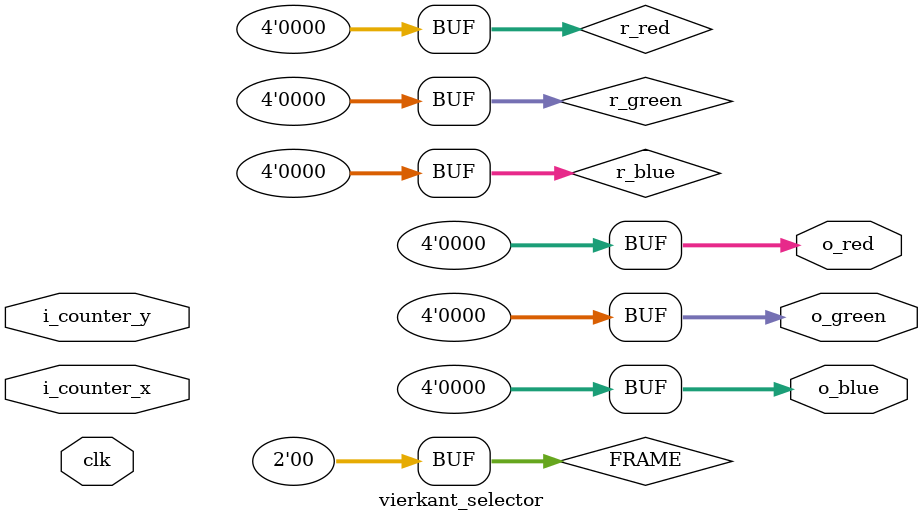
<source format=v>
`timescale 1ns / 1ps

module vierkant_selector (
	input clk, 
	input [9:0] i_counter_x,
	input [9:0] i_counter_y,
	output [3:0] o_red,
	output [3:0] o_blue,
	output [3:0] o_green
	);
	
	reg [26:0] clk_counter = 0;
	reg [1:0] FRAME = 0;
	reg [3:0] r_red = 4'h0;
	reg [3:0] r_blue = 4'h0;
	reg [3:0] r_green = 4'h0;
	parameter y_pos1 = 155;
    parameter y_pos2 = 307;
	always @ (posedge clk)
            begin 
                if (clk_counter < 79000000)
                    clk_counter <= clk_counter + 1;
                else 
                    clk_counter <= 0;
            end 
	
	assign o_red = r_red;
	assign o_blue = r_blue;
	assign o_green = r_green;

	always @ (posedge clk)
		begin 
//         if (i_counter_x >= 155 && i_counter_x < 307) //vierkant
//          begin 
//            if (i_counter_y >= 45 &&i_counter_y < 180)
//             begin 
//               if (i_counter_x >= 162 && i_counter_x < 300)
//                 begin 
//                   if (i_counter_y >= 52 &&i_counter_y < 173)
//                   begin 
//                      r_red <= 4'h0;    // black
//                      r_blue <= 4'h0;
//                      r_green <= 4'h0;
//                   end
//                  end 
//                else                    
//                   r_red <= 4'hF;    // red
//                   r_blue <= 4'h0;
//                   r_green <= 4'h0;
//             end
//          end     
		 end
endmodule  // VGA_smiley
					
						
						

</source>
